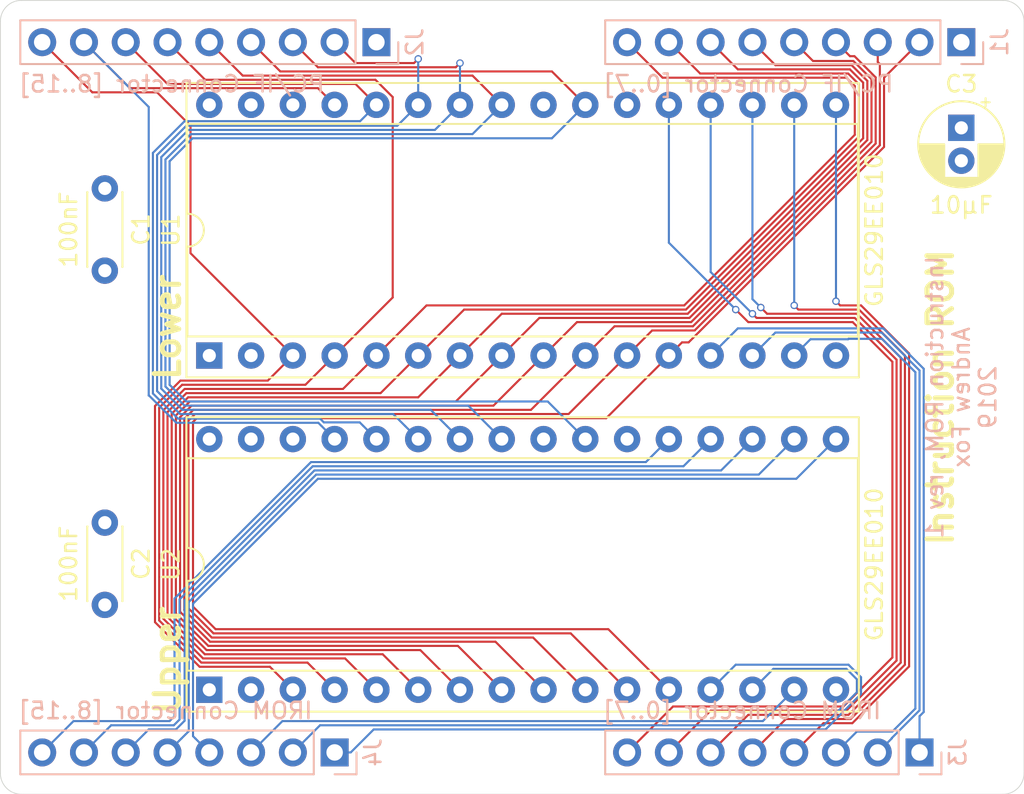
<source format=kicad_pcb>
(kicad_pcb (version 20171130) (host pcbnew "(5.1.0-0)")
  (title_block (title "Instruction ROM Daughter Board"))
  (layers (0 F.Cu signal) (1 GND.Cu power hide) (2 VCC.Cu power hide) (31 B.Cu signal) (34 B.Paste user) (35 F.Paste user) (36 B.SilkS user) (37 F.SilkS user) (38 B.Mask user) (39 F.Mask user) (44 Edge.Cuts user))
  (net 0 "")
  (net 1 GND)
  (net 2 VCC)
  (net 3 /PC_IF7)
  (net 4 /PC_IF6)
  (net 5 /PC_IF5)
  (net 6 /PC_IF4)
  (net 7 /PC_IF3)
  (net 8 /PC_IF2)
  (net 9 /PC_IF1)
  (net 10 /PC_IF0)
  (net 11 /PC_IF15)
  (net 12 /PC_IF14)
  (net 13 /PC_IF13)
  (net 14 /PC_IF12)
  (net 15 /PC_IF11)
  (net 16 /PC_IF10)
  (net 17 /PC_IF9)
  (net 18 /PC_IF8)
  (net 19 /IROM7)
  (net 20 /IROM6)
  (net 21 /IROM5)
  (net 22 /IROM4)
  (net 23 /IROM3)
  (net 24 /IROM2)
  (net 25 /IROM1)
  (net 26 /IROM0)
  (net 27 /IROM15)
  (net 28 /IROM14)
  (net 29 /IROM13)
  (net 30 /IROM12)
  (net 31 /IROM11)
  (net 32 /IROM10)
  (net 33 /IROM9)
  (net 34 /IROM8)
  (module Capacitor_THT:CP_Radial_D5.0mm_P2.00mm (layer F.Cu) (at 170.18 61.087 270)
    (fp_text reference C3 (at -2.667 0) (layer F.SilkS))
    (fp_text value 10µF (at 4.699 0) (layer F.SilkS))
    (pad 2 thru_hole circle (at 2 0 270) (size 1.6 1.6) (drill 0.8) (layers *.Cu *.Mask) (net 1 GND))
    (pad 1 thru_hole rect (at 0 0 270) (size 1.6 1.6) (drill 0.8) (layers *.Cu *.Mask) (net 2 VCC))
  )
  (module Package_DIP:DIP-32_W15.24mm_Socket (layer F.Cu) (at 124.46 95.25 90)
    (fp_text reference U2 (at 7.62 -2.33 90) (layer F.SilkS))
    (fp_text value GLS29EE010 (at 7.62 40.43 90) (layer F.SilkS))
    (pad 32 thru_hole oval (at 15.24 0 90) (size 1.6 1.6) (drill 0.8) (layers *.Cu *.Mask) (net 2 VCC))
    (pad 16 thru_hole oval (at 0 38.1 90) (size 1.6 1.6) (drill 0.8) (layers *.Cu *.Mask) (net 1 GND))
    (pad 31 thru_hole oval (at 15.24 2.54 90) (size 1.6 1.6) (drill 0.8) (layers *.Cu *.Mask) (net 2 VCC))
    (pad 15 thru_hole oval (at 0 35.56 90) (size 1.6 1.6) (drill 0.8) (layers *.Cu *.Mask) (net 32 /IROM10))
    (pad 30 thru_hole oval (at 15.24 5.08 90) (size 1.6 1.6) (drill 0.8) (layers *.Cu *.Mask))
    (pad 14 thru_hole oval (at 0 33.02 90) (size 1.6 1.6) (drill 0.8) (layers *.Cu *.Mask) (net 33 /IROM9))
    (pad 29 thru_hole oval (at 15.24 7.62 90) (size 1.6 1.6) (drill 0.8) (layers *.Cu *.Mask) (net 12 /PC_IF14))
    (pad 13 thru_hole oval (at 0 30.48 90) (size 1.6 1.6) (drill 0.8) (layers *.Cu *.Mask) (net 34 /IROM8))
    (pad 28 thru_hole oval (at 15.24 10.16 90) (size 1.6 1.6) (drill 0.8) (layers *.Cu *.Mask) (net 13 /PC_IF13))
    (pad 12 thru_hole oval (at 0 27.94 90) (size 1.6 1.6) (drill 0.8) (layers *.Cu *.Mask) (net 10 /PC_IF0))
    (pad 27 thru_hole oval (at 15.24 12.7 90) (size 1.6 1.6) (drill 0.8) (layers *.Cu *.Mask) (net 18 /PC_IF8))
    (pad 11 thru_hole oval (at 0 25.4 90) (size 1.6 1.6) (drill 0.8) (layers *.Cu *.Mask) (net 9 /PC_IF1))
    (pad 26 thru_hole oval (at 15.24 15.24 90) (size 1.6 1.6) (drill 0.8) (layers *.Cu *.Mask) (net 17 /PC_IF9))
    (pad 10 thru_hole oval (at 0 22.86 90) (size 1.6 1.6) (drill 0.8) (layers *.Cu *.Mask) (net 8 /PC_IF2))
    (pad 25 thru_hole oval (at 15.24 17.78 90) (size 1.6 1.6) (drill 0.8) (layers *.Cu *.Mask) (net 15 /PC_IF11))
    (pad 9 thru_hole oval (at 0 20.32 90) (size 1.6 1.6) (drill 0.8) (layers *.Cu *.Mask) (net 7 /PC_IF3))
    (pad 24 thru_hole oval (at 15.24 20.32 90) (size 1.6 1.6) (drill 0.8) (layers *.Cu *.Mask) (net 1 GND))
    (pad 8 thru_hole oval (at 0 17.78 90) (size 1.6 1.6) (drill 0.8) (layers *.Cu *.Mask) (net 6 /PC_IF4))
    (pad 23 thru_hole oval (at 15.24 22.86 90) (size 1.6 1.6) (drill 0.8) (layers *.Cu *.Mask) (net 16 /PC_IF10))
    (pad 7 thru_hole oval (at 0 15.24 90) (size 1.6 1.6) (drill 0.8) (layers *.Cu *.Mask) (net 5 /PC_IF5))
    (pad 22 thru_hole oval (at 15.24 25.4 90) (size 1.6 1.6) (drill 0.8) (layers *.Cu *.Mask) (net 1 GND))
    (pad 6 thru_hole oval (at 0 12.7 90) (size 1.6 1.6) (drill 0.8) (layers *.Cu *.Mask) (net 4 /PC_IF6))
    (pad 21 thru_hole oval (at 15.24 27.94 90) (size 1.6 1.6) (drill 0.8) (layers *.Cu *.Mask) (net 27 /IROM15))
    (pad 5 thru_hole oval (at 0 10.16 90) (size 1.6 1.6) (drill 0.8) (layers *.Cu *.Mask) (net 3 /PC_IF7))
    (pad 20 thru_hole oval (at 15.24 30.48 90) (size 1.6 1.6) (drill 0.8) (layers *.Cu *.Mask) (net 28 /IROM14))
    (pad 4 thru_hole oval (at 0 7.62 90) (size 1.6 1.6) (drill 0.8) (layers *.Cu *.Mask) (net 14 /PC_IF12))
    (pad 19 thru_hole oval (at 15.24 33.02 90) (size 1.6 1.6) (drill 0.8) (layers *.Cu *.Mask) (net 29 /IROM13))
    (pad 3 thru_hole oval (at 0 5.08 90) (size 1.6 1.6) (drill 0.8) (layers *.Cu *.Mask) (net 11 /PC_IF15))
    (pad 18 thru_hole oval (at 15.24 35.56 90) (size 1.6 1.6) (drill 0.8) (layers *.Cu *.Mask) (net 30 /IROM12))
    (pad 2 thru_hole oval (at 0 2.54 90) (size 1.6 1.6) (drill 0.8) (layers *.Cu *.Mask) (net 1 GND))
    (pad 17 thru_hole oval (at 15.24 38.1 90) (size 1.6 1.6) (drill 0.8) (layers *.Cu *.Mask) (net 31 /IROM11))
    (pad 1 thru_hole rect (at 0 0 90) (size 1.6 1.6) (drill 0.8) (layers *.Cu *.Mask))
  )
  (module Package_DIP:DIP-32_W15.24mm_Socket (layer F.Cu) (at 124.46 74.93 90)
    (fp_text reference U1 (at 7.62 -2.33 90) (layer F.SilkS))
    (fp_text value GLS29EE010 (at 7.62 40.43 90) (layer F.SilkS))
    (pad 32 thru_hole oval (at 15.24 0 90) (size 1.6 1.6) (drill 0.8) (layers *.Cu *.Mask) (net 2 VCC))
    (pad 16 thru_hole oval (at 0 38.1 90) (size 1.6 1.6) (drill 0.8) (layers *.Cu *.Mask) (net 1 GND))
    (pad 31 thru_hole oval (at 15.24 2.54 90) (size 1.6 1.6) (drill 0.8) (layers *.Cu *.Mask) (net 2 VCC))
    (pad 15 thru_hole oval (at 0 35.56 90) (size 1.6 1.6) (drill 0.8) (layers *.Cu *.Mask) (net 24 /IROM2))
    (pad 30 thru_hole oval (at 15.24 5.08 90) (size 1.6 1.6) (drill 0.8) (layers *.Cu *.Mask))
    (pad 14 thru_hole oval (at 0 33.02 90) (size 1.6 1.6) (drill 0.8) (layers *.Cu *.Mask) (net 25 /IROM1))
    (pad 29 thru_hole oval (at 15.24 7.62 90) (size 1.6 1.6) (drill 0.8) (layers *.Cu *.Mask) (net 12 /PC_IF14))
    (pad 13 thru_hole oval (at 0 30.48 90) (size 1.6 1.6) (drill 0.8) (layers *.Cu *.Mask) (net 26 /IROM0))
    (pad 28 thru_hole oval (at 15.24 10.16 90) (size 1.6 1.6) (drill 0.8) (layers *.Cu *.Mask) (net 13 /PC_IF13))
    (pad 12 thru_hole oval (at 0 27.94 90) (size 1.6 1.6) (drill 0.8) (layers *.Cu *.Mask) (net 10 /PC_IF0))
    (pad 27 thru_hole oval (at 15.24 12.7 90) (size 1.6 1.6) (drill 0.8) (layers *.Cu *.Mask) (net 18 /PC_IF8))
    (pad 11 thru_hole oval (at 0 25.4 90) (size 1.6 1.6) (drill 0.8) (layers *.Cu *.Mask) (net 9 /PC_IF1))
    (pad 26 thru_hole oval (at 15.24 15.24 90) (size 1.6 1.6) (drill 0.8) (layers *.Cu *.Mask) (net 17 /PC_IF9))
    (pad 10 thru_hole oval (at 0 22.86 90) (size 1.6 1.6) (drill 0.8) (layers *.Cu *.Mask) (net 8 /PC_IF2))
    (pad 25 thru_hole oval (at 15.24 17.78 90) (size 1.6 1.6) (drill 0.8) (layers *.Cu *.Mask) (net 15 /PC_IF11))
    (pad 9 thru_hole oval (at 0 20.32 90) (size 1.6 1.6) (drill 0.8) (layers *.Cu *.Mask) (net 7 /PC_IF3))
    (pad 24 thru_hole oval (at 15.24 20.32 90) (size 1.6 1.6) (drill 0.8) (layers *.Cu *.Mask) (net 1 GND))
    (pad 8 thru_hole oval (at 0 17.78 90) (size 1.6 1.6) (drill 0.8) (layers *.Cu *.Mask) (net 6 /PC_IF4))
    (pad 23 thru_hole oval (at 15.24 22.86 90) (size 1.6 1.6) (drill 0.8) (layers *.Cu *.Mask) (net 16 /PC_IF10))
    (pad 7 thru_hole oval (at 0 15.24 90) (size 1.6 1.6) (drill 0.8) (layers *.Cu *.Mask) (net 5 /PC_IF5))
    (pad 22 thru_hole oval (at 15.24 25.4 90) (size 1.6 1.6) (drill 0.8) (layers *.Cu *.Mask) (net 1 GND))
    (pad 6 thru_hole oval (at 0 12.7 90) (size 1.6 1.6) (drill 0.8) (layers *.Cu *.Mask) (net 4 /PC_IF6))
    (pad 21 thru_hole oval (at 15.24 27.94 90) (size 1.6 1.6) (drill 0.8) (layers *.Cu *.Mask) (net 19 /IROM7))
    (pad 5 thru_hole oval (at 0 10.16 90) (size 1.6 1.6) (drill 0.8) (layers *.Cu *.Mask) (net 3 /PC_IF7))
    (pad 20 thru_hole oval (at 15.24 30.48 90) (size 1.6 1.6) (drill 0.8) (layers *.Cu *.Mask) (net 20 /IROM6))
    (pad 4 thru_hole oval (at 0 7.62 90) (size 1.6 1.6) (drill 0.8) (layers *.Cu *.Mask) (net 14 /PC_IF12))
    (pad 19 thru_hole oval (at 15.24 33.02 90) (size 1.6 1.6) (drill 0.8) (layers *.Cu *.Mask) (net 21 /IROM5))
    (pad 3 thru_hole oval (at 0 5.08 90) (size 1.6 1.6) (drill 0.8) (layers *.Cu *.Mask) (net 11 /PC_IF15))
    (pad 18 thru_hole oval (at 15.24 35.56 90) (size 1.6 1.6) (drill 0.8) (layers *.Cu *.Mask) (net 22 /IROM4))
    (pad 2 thru_hole oval (at 0 2.54 90) (size 1.6 1.6) (drill 0.8) (layers *.Cu *.Mask) (net 1 GND))
    (pad 17 thru_hole oval (at 15.24 38.1 90) (size 1.6 1.6) (drill 0.8) (layers *.Cu *.Mask) (net 23 /IROM3))
    (pad 1 thru_hole rect (at 0 0 90) (size 1.6 1.6) (drill 0.8) (layers *.Cu *.Mask))
  )
  (module Connector_PinHeader_2.54mm:PinHeader_1x08_P2.54mm_Vertical (layer B.Cu) (at 132.08 99.06 90)
    (fp_text reference J4 (at 0 2.33 90) (layer B.SilkS) (effects (justify mirror)))
    (fp_text value "IROM Connector [8..15]" (at 2.54 -10.287 -180) (layer B.SilkS) (effects (justify mirror)))
    (pad 8 thru_hole oval (at 0 -17.78 90) (size 1.7 1.7) (drill 1) (layers *.Cu *.Mask) (net 27 /IROM15))
    (pad 7 thru_hole oval (at 0 -15.24 90) (size 1.7 1.7) (drill 1) (layers *.Cu *.Mask) (net 28 /IROM14))
    (pad 6 thru_hole oval (at 0 -12.7 90) (size 1.7 1.7) (drill 1) (layers *.Cu *.Mask) (net 29 /IROM13))
    (pad 5 thru_hole oval (at 0 -10.16 90) (size 1.7 1.7) (drill 1) (layers *.Cu *.Mask) (net 30 /IROM12))
    (pad 4 thru_hole oval (at 0 -7.62 90) (size 1.7 1.7) (drill 1) (layers *.Cu *.Mask) (net 31 /IROM11))
    (pad 3 thru_hole oval (at 0 -5.08 90) (size 1.7 1.7) (drill 1) (layers *.Cu *.Mask) (net 32 /IROM10))
    (pad 2 thru_hole oval (at 0 -2.54 90) (size 1.7 1.7) (drill 1) (layers *.Cu *.Mask) (net 33 /IROM9))
    (pad 1 thru_hole rect (at 0 0 90) (size 1.7 1.7) (drill 1) (layers *.Cu *.Mask) (net 34 /IROM8))
  )
  (module Connector_PinHeader_2.54mm:PinHeader_1x08_P2.54mm_Vertical (layer B.Cu) (at 167.64 99.06 90)
    (fp_text reference J3 (at 0 2.33 90) (layer B.SilkS) (effects (justify mirror)))
    (fp_text value "IROM Connector [0..7]" (at 2.54 -10.795) (layer B.SilkS) (effects (justify mirror)))
    (pad 8 thru_hole oval (at 0 -17.78 90) (size 1.7 1.7) (drill 1) (layers *.Cu *.Mask) (net 19 /IROM7))
    (pad 7 thru_hole oval (at 0 -15.24 90) (size 1.7 1.7) (drill 1) (layers *.Cu *.Mask) (net 20 /IROM6))
    (pad 6 thru_hole oval (at 0 -12.7 90) (size 1.7 1.7) (drill 1) (layers *.Cu *.Mask) (net 21 /IROM5))
    (pad 5 thru_hole oval (at 0 -10.16 90) (size 1.7 1.7) (drill 1) (layers *.Cu *.Mask) (net 22 /IROM4))
    (pad 4 thru_hole oval (at 0 -7.62 90) (size 1.7 1.7) (drill 1) (layers *.Cu *.Mask) (net 23 /IROM3))
    (pad 3 thru_hole oval (at 0 -5.08 90) (size 1.7 1.7) (drill 1) (layers *.Cu *.Mask) (net 24 /IROM2))
    (pad 2 thru_hole oval (at 0 -2.54 90) (size 1.7 1.7) (drill 1) (layers *.Cu *.Mask) (net 25 /IROM1))
    (pad 1 thru_hole rect (at 0 0 90) (size 1.7 1.7) (drill 1) (layers *.Cu *.Mask) (net 26 /IROM0))
  )
  (module Connector_PinHeader_2.54mm:PinHeader_1x09_P2.54mm_Vertical (layer B.Cu) (at 134.62 55.88 90)
    (fp_text reference J2 (at 0 2.33 90) (layer B.SilkS) (effects (justify mirror)))
    (fp_text value "PC/IF Connector [8..15]" (at -2.54 -12.446) (layer B.SilkS) (effects (justify mirror)))
    (pad 9 thru_hole oval (at 0 -20.32 90) (size 1.7 1.7) (drill 1) (layers *.Cu *.Mask) (net 11 /PC_IF15))
    (pad 8 thru_hole oval (at 0 -17.78 90) (size 1.7 1.7) (drill 1) (layers *.Cu *.Mask) (net 12 /PC_IF14))
    (pad 7 thru_hole oval (at 0 -15.24 90) (size 1.7 1.7) (drill 1) (layers *.Cu *.Mask) (net 13 /PC_IF13))
    (pad 6 thru_hole oval (at 0 -12.7 90) (size 1.7 1.7) (drill 1) (layers *.Cu *.Mask) (net 14 /PC_IF12))
    (pad 5 thru_hole oval (at 0 -10.16 90) (size 1.7 1.7) (drill 1) (layers *.Cu *.Mask) (net 15 /PC_IF11))
    (pad 4 thru_hole oval (at 0 -7.62 90) (size 1.7 1.7) (drill 1) (layers *.Cu *.Mask) (net 16 /PC_IF10))
    (pad 3 thru_hole oval (at 0 -5.08 90) (size 1.7 1.7) (drill 1) (layers *.Cu *.Mask) (net 17 /PC_IF9))
    (pad 2 thru_hole oval (at 0 -2.54 90) (size 1.7 1.7) (drill 1) (layers *.Cu *.Mask) (net 18 /PC_IF8))
    (pad 1 thru_hole rect (at 0 0 90) (size 1.7 1.7) (drill 1) (layers *.Cu *.Mask) (net 1 GND))
  )
  (module Connector_PinHeader_2.54mm:PinHeader_1x09_P2.54mm_Vertical (layer B.Cu) (at 170.18 55.88 90)
    (fp_text reference J1 (at 0 2.33 90) (layer B.SilkS) (effects (justify mirror)))
    (fp_text value "PC/IF Connector [0..7]" (at -2.54 -12.954) (layer B.SilkS) (effects (justify mirror)))
    (pad 9 thru_hole oval (at 0 -20.32 90) (size 1.7 1.7) (drill 1) (layers *.Cu *.Mask) (net 3 /PC_IF7))
    (pad 8 thru_hole oval (at 0 -17.78 90) (size 1.7 1.7) (drill 1) (layers *.Cu *.Mask) (net 4 /PC_IF6))
    (pad 7 thru_hole oval (at 0 -15.24 90) (size 1.7 1.7) (drill 1) (layers *.Cu *.Mask) (net 5 /PC_IF5))
    (pad 6 thru_hole oval (at 0 -12.7 90) (size 1.7 1.7) (drill 1) (layers *.Cu *.Mask) (net 6 /PC_IF4))
    (pad 5 thru_hole oval (at 0 -10.16 90) (size 1.7 1.7) (drill 1) (layers *.Cu *.Mask) (net 7 /PC_IF3))
    (pad 4 thru_hole oval (at 0 -7.62 90) (size 1.7 1.7) (drill 1) (layers *.Cu *.Mask) (net 8 /PC_IF2))
    (pad 3 thru_hole oval (at 0 -5.08 90) (size 1.7 1.7) (drill 1) (layers *.Cu *.Mask) (net 9 /PC_IF1))
    (pad 2 thru_hole oval (at 0 -2.54 90) (size 1.7 1.7) (drill 1) (layers *.Cu *.Mask) (net 10 /PC_IF0))
    (pad 1 thru_hole rect (at 0 0 90) (size 1.7 1.7) (drill 1) (layers *.Cu *.Mask) (net 2 VCC))
  )
  (module Capacitor_THT:C_Disc_D4.3mm_W1.9mm_P5.00mm (layer F.Cu) (at 118.11 85.09 270)
    (fp_text reference C2 (at 2.5 -2.2 270) (layer F.SilkS))
    (fp_text value 100nF (at 2.5 2.2 270) (layer F.SilkS))
    (pad 2 thru_hole circle (at 5 0 270) (size 1.6 1.6) (drill 0.8) (layers *.Cu *.Mask) (net 1 GND))
    (pad 1 thru_hole circle (at 0 0 270) (size 1.6 1.6) (drill 0.8) (layers *.Cu *.Mask) (net 2 VCC))
  )
  (module Capacitor_THT:C_Disc_D4.3mm_W1.9mm_P5.00mm (layer F.Cu) (at 118.11 64.77 270)
    (fp_text reference C1 (at 2.5 -2.2 270) (layer F.SilkS))
    (fp_text value 100nF (at 2.5 2.2 270) (layer F.SilkS))
    (pad 2 thru_hole circle (at 5 0 270) (size 1.6 1.6) (drill 0.8) (layers *.Cu *.Mask) (net 1 GND))
    (pad 1 thru_hole circle (at 0 0 270) (size 1.6 1.6) (drill 0.8) (layers *.Cu *.Mask) (net 2 VCC))
  )
  (gr_text Upper (at 121.92 96.901 90) (layer F.SilkS) (effects (font (size 1.5 1.5) (thickness 0.3)) (justify left)))
  (gr_text Lower (at 121.92 76.581 90) (layer F.SilkS) (effects (font (size 1.5 1.5) (thickness 0.3)) (justify left)))
  (gr_text "Instruction ROM, rev 1\nAndrew Fox\n2019" (at 170.18 77.47 90) (layer B.SilkS) (effects (font (size 1 1)) (justify mirror)))
  (gr_text "Instruction ROM" (at 168.91 77.47 90) (layer F.SilkS) (effects (font (size 1.5 1.5) (thickness 0.3))))
  (gr_arc (start 113.03 54.61) (end 113.03 53.34) (angle -90) (layer Edge.Cuts) (width 0.05))
  (gr_arc (start 113.03 100.33) (end 111.76 100.33) (angle -90) (layer Edge.Cuts) (width 0.05))
  (gr_arc (start 172.72 100.33) (end 172.72 101.6) (angle -90) (layer Edge.Cuts) (width 0.05))
  (gr_arc (start 172.72 54.61) (end 173.99 54.61) (angle -90) (layer Edge.Cuts) (width 0.05))
  (gr_line (start 172.72 53.34) (end 113.03 53.34) (layer Edge.Cuts) (width 0.05))
  (gr_line (start 173.99 100.33) (end 173.99 54.61) (layer Edge.Cuts) (width 0.05))
  (gr_line (start 113.03 101.6) (end 172.72 101.6) (layer Edge.Cuts) (width 0.05))
  (gr_line (start 111.76 54.61) (end 111.76 100.33) (layer Edge.Cuts) (width 0.05))
  (segment (start 153.334472 71.882) (end 137.668 71.882) (width 0.127) (layer F.Cu) (net 3))
  (segment (start 149.86 55.88) (end 152.019 58.039) (width 0.127) (layer F.Cu) (net 3))
  (segment (start 163.702923 58.546923) (end 163.702923 61.513549) (width 0.127) (layer F.Cu) (net 3))
  (segment (start 135.419999 74.130001) (end 134.62 74.93) (width 0.127) (layer F.Cu) (net 3))
  (segment (start 152.019 58.039) (end 163.195 58.039) (width 0.127) (layer F.Cu) (net 3))
  (segment (start 163.195 58.039) (end 163.702923 58.546923) (width 0.127) (layer F.Cu) (net 3))
  (segment (start 163.702923 61.513549) (end 153.334472 71.882) (width 0.127) (layer F.Cu) (net 3))
  (segment (start 137.668 71.882) (end 135.419999 74.130001) (width 0.127) (layer F.Cu) (net 3))
  (segment (start 133.820001 75.729999) (end 134.62 74.93) (width 0.127) (layer F.Cu) (net 3))
  (segment (start 124.082716 93.345066) (end 121.666011 90.928361) (width 0.127) (layer F.Cu) (net 3))
  (segment (start 122.961414 76.962011) (end 132.587989 76.962011) (width 0.127) (layer F.Cu) (net 3))
  (segment (start 132.715066 93.345066) (end 124.082716 93.345066) (width 0.127) (layer F.Cu) (net 3))
  (segment (start 132.587989 76.962011) (end 133.820001 75.729999) (width 0.127) (layer F.Cu) (net 3))
  (segment (start 121.666011 78.257414) (end 122.961414 76.962011) (width 0.127) (layer F.Cu) (net 3))
  (segment (start 121.666011 90.928361) (end 121.666011 78.257414) (width 0.127) (layer F.Cu) (net 3))
  (segment (start 134.62 95.25) (end 132.715066 93.345066) (width 0.127) (layer F.Cu) (net 3))
  (segment (start 153.439697 72.136) (end 163.956934 61.618763) (width 0.127) (layer F.Cu) (net 4))
  (segment (start 154.304989 57.784989) (end 153.249999 56.729999) (width 0.127) (layer F.Cu) (net 4))
  (segment (start 163.956934 58.441709) (end 163.300214 57.784989) (width 0.127) (layer F.Cu) (net 4))
  (segment (start 137.16 74.93) (end 139.954 72.136) (width 0.127) (layer F.Cu) (net 4))
  (segment (start 139.954 72.136) (end 153.439697 72.136) (width 0.127) (layer F.Cu) (net 4))
  (segment (start 153.249999 56.729999) (end 152.4 55.88) (width 0.127) (layer F.Cu) (net 4))
  (segment (start 163.300214 57.784989) (end 154.304989 57.784989) (width 0.127) (layer F.Cu) (net 4))
  (segment (start 163.956934 61.618763) (end 163.956934 58.441709) (width 0.127) (layer F.Cu) (net 4))
  (segment (start 134.873978 77.216022) (end 123.066628 77.216022) (width 0.127) (layer F.Cu) (net 4))
  (segment (start 123.066628 77.216022) (end 121.920022 78.362628) (width 0.127) (layer F.Cu) (net 4))
  (segment (start 136.360001 94.450001) (end 137.16 95.25) (width 0.127) (layer F.Cu) (net 4))
  (segment (start 137.16 74.93) (end 134.873978 77.216022) (width 0.127) (layer F.Cu) (net 4))
  (segment (start 124.18793 93.091055) (end 135.001055 93.091055) (width 0.127) (layer F.Cu) (net 4))
  (segment (start 121.920022 78.362628) (end 121.920022 90.823147) (width 0.127) (layer F.Cu) (net 4))
  (segment (start 121.920022 90.823147) (end 124.18793 93.091055) (width 0.127) (layer F.Cu) (net 4))
  (segment (start 135.001055 93.091055) (end 136.360001 94.450001) (width 0.127) (layer F.Cu) (net 4))
  (segment (start 140.499999 74.130001) (end 139.7 74.93) (width 0.127) (layer F.Cu) (net 5))
  (segment (start 164.210945 61.723977) (end 153.544911 72.390011) (width 0.127) (layer F.Cu) (net 5))
  (segment (start 142.239989 72.390011) (end 140.499999 74.130001) (width 0.127) (layer F.Cu) (net 5))
  (segment (start 156.590978 57.530978) (end 163.405428 57.530978) (width 0.127) (layer F.Cu) (net 5))
  (segment (start 153.544911 72.390011) (end 142.239989 72.390011) (width 0.127) (layer F.Cu) (net 5))
  (segment (start 163.405428 57.530978) (end 164.210945 58.336495) (width 0.127) (layer F.Cu) (net 5))
  (segment (start 164.210945 58.336495) (end 164.210945 61.723977) (width 0.127) (layer F.Cu) (net 5))
  (segment (start 154.94 55.88) (end 156.590978 57.530978) (width 0.127) (layer F.Cu) (net 5))
  (segment (start 122.174033 90.717933) (end 122.174033 78.467842) (width 0.127) (layer F.Cu) (net 5))
  (segment (start 122.174033 78.467842) (end 123.171842 77.470033) (width 0.127) (layer F.Cu) (net 5))
  (segment (start 138.900001 75.729999) (end 139.7 74.93) (width 0.127) (layer F.Cu) (net 5))
  (segment (start 124.293144 92.837044) (end 122.174033 90.717933) (width 0.127) (layer F.Cu) (net 5))
  (segment (start 139.7 95.25) (end 137.287044 92.837044) (width 0.127) (layer F.Cu) (net 5))
  (segment (start 123.171842 77.470033) (end 137.159967 77.470033) (width 0.127) (layer F.Cu) (net 5))
  (segment (start 137.159967 77.470033) (end 138.900001 75.729999) (width 0.127) (layer F.Cu) (net 5))
  (segment (start 137.287044 92.837044) (end 124.293144 92.837044) (width 0.127) (layer F.Cu) (net 5))
  (segment (start 164.464956 58.231281) (end 163.510642 57.276967) (width 0.127) (layer F.Cu) (net 6))
  (segment (start 144.525978 72.644022) (end 153.650125 72.644022) (width 0.127) (layer F.Cu) (net 6))
  (segment (start 142.24 74.93) (end 144.525978 72.644022) (width 0.127) (layer F.Cu) (net 6))
  (segment (start 164.464956 61.829191) (end 164.464956 58.231281) (width 0.127) (layer F.Cu) (net 6))
  (segment (start 158.329999 56.729999) (end 157.48 55.88) (width 0.127) (layer F.Cu) (net 6))
  (segment (start 153.650125 72.644022) (end 164.464956 61.829191) (width 0.127) (layer F.Cu) (net 6))
  (segment (start 163.510642 57.276967) (end 158.876967 57.276967) (width 0.127) (layer F.Cu) (net 6))
  (segment (start 158.876967 57.276967) (end 158.329999 56.729999) (width 0.127) (layer F.Cu) (net 6))
  (segment (start 139.573033 92.583033) (end 141.440001 94.450001) (width 0.127) (layer F.Cu) (net 6))
  (segment (start 139.445956 77.724044) (end 123.277056 77.724044) (width 0.127) (layer F.Cu) (net 6))
  (segment (start 123.277056 77.724044) (end 122.428044 78.573056) (width 0.127) (layer F.Cu) (net 6))
  (segment (start 142.24 74.93) (end 139.445956 77.724044) (width 0.127) (layer F.Cu) (net 6))
  (segment (start 141.440001 94.450001) (end 142.24 95.25) (width 0.127) (layer F.Cu) (net 6))
  (segment (start 124.398358 92.583033) (end 139.573033 92.583033) (width 0.127) (layer F.Cu) (net 6))
  (segment (start 122.428044 78.573056) (end 122.428044 90.612719) (width 0.127) (layer F.Cu) (net 6))
  (segment (start 122.428044 90.612719) (end 124.398358 92.583033) (width 0.127) (layer F.Cu) (net 6))
  (segment (start 160.02 55.88) (end 161.162956 57.022956) (width 0.127) (layer F.Cu) (net 7))
  (segment (start 164.718967 58.126068) (end 164.718967 61.934405) (width 0.127) (layer F.Cu) (net 7))
  (segment (start 146.811967 72.898033) (end 145.579999 74.130001) (width 0.127) (layer F.Cu) (net 7))
  (segment (start 164.718967 61.934405) (end 153.755339 72.898033) (width 0.127) (layer F.Cu) (net 7))
  (segment (start 153.755339 72.898033) (end 146.811967 72.898033) (width 0.127) (layer F.Cu) (net 7))
  (segment (start 145.579999 74.130001) (end 144.78 74.93) (width 0.127) (layer F.Cu) (net 7))
  (segment (start 163.615856 57.022956) (end 164.718967 58.126068) (width 0.127) (layer F.Cu) (net 7))
  (segment (start 161.162956 57.022956) (end 163.615856 57.022956) (width 0.127) (layer F.Cu) (net 7))
  (segment (start 123.38227 77.978055) (end 141.731945 77.978055) (width 0.127) (layer F.Cu) (net 7))
  (segment (start 141.731945 77.978055) (end 143.980001 75.729999) (width 0.127) (layer F.Cu) (net 7))
  (segment (start 143.980001 75.729999) (end 144.78 74.93) (width 0.127) (layer F.Cu) (net 7))
  (segment (start 141.859022 92.329022) (end 124.503572 92.329022) (width 0.127) (layer F.Cu) (net 7))
  (segment (start 122.682055 78.67827) (end 123.38227 77.978055) (width 0.127) (layer F.Cu) (net 7))
  (segment (start 122.682055 90.507505) (end 122.682055 78.67827) (width 0.127) (layer F.Cu) (net 7))
  (segment (start 144.78 95.25) (end 141.859022 92.329022) (width 0.127) (layer F.Cu) (net 7))
  (segment (start 124.503572 92.329022) (end 122.682055 90.507505) (width 0.127) (layer F.Cu) (net 7))
  (segment (start 153.860553 73.152044) (end 164.972978 62.039619) (width 0.127) (layer F.Cu) (net 8))
  (segment (start 164.972978 62.039619) (end 164.972978 58.020854) (width 0.127) (layer F.Cu) (net 8))
  (segment (start 163.409999 56.729999) (end 162.56 55.88) (width 0.127) (layer F.Cu) (net 8))
  (segment (start 164.972978 58.020854) (end 163.682122 56.729999) (width 0.127) (layer F.Cu) (net 8))
  (segment (start 163.682122 56.729999) (end 163.409999 56.729999) (width 0.127) (layer F.Cu) (net 8))
  (segment (start 147.32 74.93) (end 149.097956 73.152044) (width 0.127) (layer F.Cu) (net 8))
  (segment (start 149.097956 73.152044) (end 153.860553 73.152044) (width 0.127) (layer F.Cu) (net 8))
  (segment (start 146.520001 94.450001) (end 147.32 95.25) (width 0.127) (layer F.Cu) (net 8))
  (segment (start 147.32 74.93) (end 144.017934 78.232066) (width 0.127) (layer F.Cu) (net 8))
  (segment (start 123.487484 78.232066) (end 122.936066 78.783484) (width 0.127) (layer F.Cu) (net 8))
  (segment (start 144.145011 92.075011) (end 146.520001 94.450001) (width 0.127) (layer F.Cu) (net 8))
  (segment (start 124.608786 92.075011) (end 144.145011 92.075011) (width 0.127) (layer F.Cu) (net 8))
  (segment (start 122.936066 90.402291) (end 124.608786 92.075011) (width 0.127) (layer F.Cu) (net 8))
  (segment (start 144.017934 78.232066) (end 123.487484 78.232066) (width 0.127) (layer F.Cu) (net 8))
  (segment (start 122.936066 78.783484) (end 122.936066 90.402291) (width 0.127) (layer F.Cu) (net 8))
  (segment (start 149.86 74.93) (end 151.383945 73.406055) (width 0.127) (layer F.Cu) (net 9))
  (segment (start 165.226989 57.20907) (end 165.1 57.082081) (width 0.127) (layer F.Cu) (net 9))
  (segment (start 153.965767 73.406055) (end 165.226989 62.144833) (width 0.127) (layer F.Cu) (net 9))
  (segment (start 165.1 57.082081) (end 165.1 55.88) (width 0.127) (layer F.Cu) (net 9))
  (segment (start 151.383945 73.406055) (end 153.965767 73.406055) (width 0.127) (layer F.Cu) (net 9))
  (segment (start 165.226989 62.144833) (end 165.226989 57.20907) (width 0.127) (layer F.Cu) (net 9))
  (segment (start 146.431 91.821) (end 124.714 91.821) (width 0.127) (layer F.Cu) (net 9))
  (segment (start 123.190077 90.297077) (end 123.190077 78.888698) (width 0.127) (layer F.Cu) (net 9))
  (segment (start 149.060001 75.729999) (end 149.86 74.93) (width 0.127) (layer F.Cu) (net 9))
  (segment (start 146.303923 78.486077) (end 149.060001 75.729999) (width 0.127) (layer F.Cu) (net 9))
  (segment (start 124.714 91.821) (end 123.190077 90.297077) (width 0.127) (layer F.Cu) (net 9))
  (segment (start 123.592698 78.486077) (end 146.303923 78.486077) (width 0.127) (layer F.Cu) (net 9))
  (segment (start 149.86 95.25) (end 146.431 91.821) (width 0.127) (layer F.Cu) (net 9))
  (segment (start 123.190077 78.888698) (end 123.592698 78.486077) (width 0.127) (layer F.Cu) (net 9))
  (segment (start 165.481 62.250047) (end 153.601046 74.130001) (width 0.127) (layer F.Cu) (net 10))
  (segment (start 153.199999 74.130001) (end 152.4 74.93) (width 0.127) (layer F.Cu) (net 10))
  (segment (start 167.64 55.88) (end 165.481 58.039) (width 0.127) (layer F.Cu) (net 10))
  (segment (start 153.601046 74.130001) (end 153.199999 74.130001) (width 0.127) (layer F.Cu) (net 10))
  (segment (start 165.481 58.039) (end 165.481 62.250047) (width 0.127) (layer F.Cu) (net 10))
  (segment (start 148.589912 78.740088) (end 123.697912 78.740088) (width 0.127) (layer F.Cu) (net 10))
  (segment (start 123.697912 78.740088) (end 123.469499 78.968501) (width 0.127) (layer F.Cu) (net 10))
  (segment (start 123.469499 78.968501) (end 123.469499 90.195499) (width 0.127) (layer F.Cu) (net 10))
  (segment (start 123.469499 90.195499) (end 124.841 91.567) (width 0.127) (layer F.Cu) (net 10))
  (segment (start 152.4 74.93) (end 148.589912 78.740088) (width 0.127) (layer F.Cu) (net 10))
  (segment (start 151.600001 94.450001) (end 152.4 95.25) (width 0.127) (layer F.Cu) (net 10))
  (segment (start 124.841 91.567) (end 148.717 91.567) (width 0.127) (layer F.Cu) (net 10))
  (segment (start 148.717 91.567) (end 151.600001 94.450001) (width 0.127) (layer F.Cu) (net 10))
  (segment (start 114.3 55.88) (end 117.348 58.928) (width 0.127) (layer F.Cu) (net 11))
  (segment (start 117.348 58.928) (end 121.285 58.928) (width 0.127) (layer F.Cu) (net 11))
  (segment (start 121.285 58.928) (end 123.317 60.96) (width 0.127) (layer F.Cu) (net 11))
  (segment (start 123.317 68.707) (end 129.54 74.93) (width 0.127) (layer F.Cu) (net 11))
  (segment (start 123.317 60.96) (end 123.317 68.707) (width 0.127) (layer F.Cu) (net 11))
  (segment (start 129.54 74.93) (end 128.01601 76.45399) (width 0.127) (layer F.Cu) (net 11))
  (segment (start 128.01601 76.45399) (end 122.703785 76.453991) (width 0.127) (layer F.Cu) (net 11))
  (segment (start 122.703785 76.453991) (end 121.15799 77.999786) (width 0.127) (layer F.Cu) (net 11))
  (segment (start 121.15799 77.999786) (end 121.157991 91.138789) (width 0.127) (layer F.Cu) (net 11))
  (segment (start 121.157991 91.138789) (end 123.872288 93.853084) (width 0.127) (layer F.Cu) (net 11))
  (segment (start 128.143084 93.853084) (end 129.54 95.25) (width 0.127) (layer F.Cu) (net 11))
  (segment (start 123.872288 93.853084) (end 128.143084 93.853084) (width 0.127) (layer F.Cu) (net 11))
  (segment (start 116.84 55.88) (end 119.634 58.674) (width 0.127) (layer F.Cu) (net 12))
  (segment (start 131.064 58.674) (end 132.08 59.69) (width 0.127) (layer F.Cu) (net 12))
  (segment (start 119.634 58.674) (end 131.064 58.674) (width 0.127) (layer F.Cu) (net 12))
  (segment (start 131.089499 79.019499) (end 131.280001 79.210001) (width 0.127) (layer B.Cu) (net 12))
  (segment (start 122.453499 79.019499) (end 131.089499 79.019499) (width 0.127) (layer B.Cu) (net 12))
  (segment (start 120.795071 77.361071) (end 122.453499 79.019499) (width 0.127) (layer B.Cu) (net 12))
  (segment (start 120.776947 77.361071) (end 120.795071 77.361071) (width 0.127) (layer B.Cu) (net 12))
  (segment (start 120.776946 59.816946) (end 120.776947 77.361071) (width 0.127) (layer B.Cu) (net 12))
  (segment (start 116.84 55.88) (end 120.776946 59.816946) (width 0.127) (layer B.Cu) (net 12))
  (segment (start 131.280001 79.210001) (end 132.08 80.01) (width 0.127) (layer B.Cu) (net 12))
  (segment (start 119.38 55.88) (end 121.92 58.42) (width 0.127) (layer F.Cu) (net 13))
  (segment (start 133.35 58.42) (end 134.62 59.69) (width 0.127) (layer F.Cu) (net 13))
  (segment (start 121.92 58.42) (end 133.35 58.42) (width 0.127) (layer F.Cu) (net 13))
  (segment (start 131.194713 78.765488) (end 131.423268 78.994044) (width 0.127) (layer B.Cu) (net 13))
  (segment (start 134.62 59.69) (end 133.629499 60.680501) (width 0.127) (layer B.Cu) (net 13))
  (segment (start 133.629499 60.680501) (end 122.961499 60.680501) (width 0.127) (layer B.Cu) (net 13))
  (segment (start 121.030956 77.237731) (end 122.558713 78.765488) (width 0.127) (layer B.Cu) (net 13))
  (segment (start 122.558713 78.765488) (end 131.194713 78.765488) (width 0.127) (layer B.Cu) (net 13))
  (segment (start 131.423268 78.994044) (end 133.604044 78.994044) (width 0.127) (layer B.Cu) (net 13))
  (segment (start 133.820001 79.210001) (end 134.62 80.01) (width 0.127) (layer B.Cu) (net 13))
  (segment (start 121.030956 62.611044) (end 121.030956 77.237731) (width 0.127) (layer B.Cu) (net 13))
  (segment (start 133.604044 78.994044) (end 133.820001 79.210001) (width 0.127) (layer B.Cu) (net 13))
  (segment (start 122.961499 60.680501) (end 121.030956 62.611044) (width 0.127) (layer B.Cu) (net 13))
  (segment (start 121.92 55.88) (end 124.206 58.166) (width 0.127) (layer F.Cu) (net 14))
  (segment (start 132.879999 74.130001) (end 132.08 74.93) (width 0.127) (layer F.Cu) (net 14))
  (segment (start 135.610501 59.214559) (end 135.610501 71.399499) (width 0.127) (layer F.Cu) (net 14))
  (segment (start 135.610501 71.399499) (end 132.879999 74.130001) (width 0.127) (layer F.Cu) (net 14))
  (segment (start 134.561942 58.166) (end 135.610501 59.214559) (width 0.127) (layer F.Cu) (net 14))
  (segment (start 124.206 58.166) (end 134.561942 58.166) (width 0.127) (layer F.Cu) (net 14))
  (segment (start 132.08 95.25) (end 130.429076 93.599076) (width 0.127) (layer F.Cu) (net 14))
  (segment (start 130.429076 93.599076) (end 123.977501 93.599075) (width 0.127) (layer F.Cu) (net 14))
  (segment (start 123.977501 93.599075) (end 121.412 91.033574) (width 0.127) (layer F.Cu) (net 14))
  (segment (start 121.412 91.033574) (end 121.412 78.105) (width 0.127) (layer F.Cu) (net 14))
  (segment (start 121.412 78.105) (end 122.809 76.708) (width 0.127) (layer F.Cu) (net 14))
  (segment (start 130.302 76.708) (end 132.08 74.93) (width 0.127) (layer F.Cu) (net 14))
  (segment (start 122.809 76.708) (end 130.302 76.708) (width 0.127) (layer F.Cu) (net 14))
  (segment (start 124.46 55.88) (end 126.492 57.912) (width 0.127) (layer F.Cu) (net 15))
  (segment (start 140.462 57.912) (end 142.24 59.69) (width 0.127) (layer F.Cu) (net 15))
  (segment (start 126.492 57.912) (end 140.462 57.912) (width 0.127) (layer F.Cu) (net 15))
  (segment (start 140.208011 77.978011) (end 141.440001 79.210001) (width 0.127) (layer B.Cu) (net 15))
  (segment (start 122.957786 77.978011) (end 140.208011 77.978011) (width 0.127) (layer B.Cu) (net 15))
  (segment (start 141.440001 79.210001) (end 142.24 80.01) (width 0.127) (layer B.Cu) (net 15))
  (segment (start 142.24 59.69) (end 140.462011 61.467989) (width 0.127) (layer B.Cu) (net 15))
  (segment (start 123.338786 61.467989) (end 121.792989 63.013786) (width 0.127) (layer B.Cu) (net 15))
  (segment (start 140.462011 61.467989) (end 123.338786 61.467989) (width 0.127) (layer B.Cu) (net 15))
  (segment (start 121.792989 63.013786) (end 121.792989 76.813214) (width 0.127) (layer B.Cu) (net 15))
  (segment (start 121.792989 76.813214) (end 122.957786 77.978011) (width 0.127) (layer B.Cu) (net 15))
  (segment (start 127 55.88) (end 128.778 57.658) (width 0.127) (layer F.Cu) (net 16))
  (segment (start 145.288 57.658) (end 147.32 59.69) (width 0.127) (layer F.Cu) (net 16))
  (segment (start 128.778 57.658) (end 145.288 57.658) (width 0.127) (layer F.Cu) (net 16))
  (segment (start 145.034001 77.724001) (end 147.32 80.01) (width 0.127) (layer B.Cu) (net 16))
  (segment (start 123.063001 77.724001) (end 145.034001 77.724001) (width 0.127) (layer B.Cu) (net 16))
  (segment (start 122.047 76.708) (end 123.063001 77.724001) (width 0.127) (layer B.Cu) (net 16))
  (segment (start 122.047 63.119) (end 122.047 76.708) (width 0.127) (layer B.Cu) (net 16))
  (segment (start 147.32 59.69) (end 145.288 61.722) (width 0.127) (layer B.Cu) (net 16))
  (segment (start 123.444 61.722) (end 122.047 63.119) (width 0.127) (layer B.Cu) (net 16))
  (segment (start 145.288 61.722) (end 123.444 61.722) (width 0.127) (layer B.Cu) (net 16))
  (segment (start 129.54 55.88) (end 131.064 57.404) (width 0.127) (layer F.Cu) (net 17))
  (segment (start 139.446 57.404) (end 139.7 57.15) (width 0.127) (layer F.Cu) (net 17))
  (via (at 139.7 57.15) (size 0.45) (drill 0.3) (layers F.Cu B.Cu) (net 17))
  (segment (start 131.064 57.404) (end 139.446 57.404) (width 0.127) (layer F.Cu) (net 17))
  (segment (start 139.7 57.15) (end 139.7 59.69) (width 0.127) (layer B.Cu) (net 17))
  (segment (start 138.176022 61.213978) (end 123.190022 61.213978) (width 0.127) (layer B.Cu) (net 17))
  (segment (start 121.538978 62.865022) (end 121.538978 76.940203) (width 0.127) (layer B.Cu) (net 17))
  (segment (start 123.190022 61.213978) (end 121.538978 62.865022) (width 0.127) (layer B.Cu) (net 17))
  (segment (start 139.7 59.69) (end 138.176022 61.213978) (width 0.127) (layer B.Cu) (net 17))
  (segment (start 137.922022 78.232022) (end 138.900001 79.210001) (width 0.127) (layer B.Cu) (net 17))
  (segment (start 138.900001 79.210001) (end 139.7 80.01) (width 0.127) (layer B.Cu) (net 17))
  (segment (start 122.830797 78.232022) (end 137.922022 78.232022) (width 0.127) (layer B.Cu) (net 17))
  (segment (start 121.538978 76.940203) (end 122.830797 78.232022) (width 0.127) (layer B.Cu) (net 17))
  (segment (start 132.08 55.88) (end 133.35 57.15) (width 0.127) (layer F.Cu) (net 18))
  (segment (start 136.906 57.15) (end 137.16 56.896) (width 0.127) (layer F.Cu) (net 18))
  (via (at 137.16 56.896) (size 0.45) (drill 0.3) (layers F.Cu B.Cu) (net 18))
  (segment (start 133.35 57.15) (end 136.906 57.15) (width 0.127) (layer F.Cu) (net 18))
  (segment (start 137.16 56.896) (end 137.16 59.69) (width 0.127) (layer B.Cu) (net 18))
  (segment (start 121.284967 62.738033) (end 121.284967 77.088967) (width 0.127) (layer B.Cu) (net 18))
  (segment (start 122.682033 78.486033) (end 135.636033 78.486033) (width 0.127) (layer B.Cu) (net 18))
  (segment (start 136.360001 79.210001) (end 137.16 80.01) (width 0.127) (layer B.Cu) (net 18))
  (segment (start 137.16 59.69) (end 135.890033 60.959967) (width 0.127) (layer B.Cu) (net 18))
  (segment (start 135.890033 60.959967) (end 123.063033 60.959967) (width 0.127) (layer B.Cu) (net 18))
  (segment (start 123.063033 60.959967) (end 121.284967 62.738033) (width 0.127) (layer B.Cu) (net 18))
  (segment (start 121.284967 77.088967) (end 122.682033 78.486033) (width 0.127) (layer B.Cu) (net 18))
  (segment (start 135.636033 78.486033) (end 136.360001 79.210001) (width 0.127) (layer B.Cu) (net 18))
  (segment (start 165.988978 93.286964) (end 163.009975 96.265967) (width 0.127) (layer F.Cu) (net 19))
  (segment (start 150.709999 98.210001) (end 149.86 99.06) (width 0.127) (layer F.Cu) (net 19))
  (segment (start 163.009975 96.265967) (end 152.654033 96.265967) (width 0.127) (layer F.Cu) (net 19))
  (segment (start 152.654033 96.265967) (end 150.709999 98.210001) (width 0.127) (layer F.Cu) (net 19))
  (segment (start 165.988978 75.311022) (end 163.575956 72.898) (width 0.127) (layer F.Cu) (net 19))
  (segment (start 165.988978 75.311022) (end 165.988978 93.286964) (width 0.127) (layer F.Cu) (net 19))
  (via (at 156.464 72.136) (size 0.45) (drill 0.3) (layers F.Cu B.Cu) (net 19))
  (segment (start 157.226 72.898) (end 156.464 72.136) (width 0.127) (layer F.Cu) (net 19))
  (segment (start 163.575956 72.898) (end 157.226 72.898) (width 0.127) (layer F.Cu) (net 19))
  (segment (start 152.4 68.072) (end 152.4 59.69) (width 0.127) (layer B.Cu) (net 19))
  (segment (start 156.464 72.136) (end 152.4 68.072) (width 0.127) (layer B.Cu) (net 19))
  (segment (start 154.940022 96.519978) (end 163.195022 96.519978) (width 0.127) (layer F.Cu) (net 20))
  (segment (start 152.4 99.06) (end 154.940022 96.519978) (width 0.127) (layer F.Cu) (net 20))
  (segment (start 163.195022 96.519978) (end 166.242989 93.472011) (width 0.127) (layer F.Cu) (net 20))
  (via (at 157.48 72.39) (size 0.45) (drill 0.3) (layers F.Cu B.Cu) (net 20))
  (segment (start 154.94 69.85) (end 157.48 72.39) (width 0.127) (layer B.Cu) (net 20))
  (segment (start 154.94 59.69) (end 154.94 69.85) (width 0.127) (layer B.Cu) (net 20))
  (segment (start 157.48 72.39) (end 157.734 72.644) (width 0.127) (layer F.Cu) (net 20))
  (segment (start 157.734 72.644) (end 163.703 72.644) (width 0.127) (layer F.Cu) (net 20))
  (segment (start 163.703 72.644) (end 166.242989 75.183989) (width 0.127) (layer F.Cu) (net 20))
  (segment (start 166.242989 93.472011) (end 166.242989 75.183989) (width 0.127) (layer F.Cu) (net 20))
  (segment (start 157.226011 96.773989) (end 163.322011 96.773989) (width 0.127) (layer F.Cu) (net 21))
  (segment (start 154.94 99.06) (end 157.226011 96.773989) (width 0.127) (layer F.Cu) (net 21))
  (segment (start 163.322011 96.773989) (end 166.497 93.599) (width 0.127) (layer F.Cu) (net 21))
  (segment (start 166.497 93.599) (end 166.497 75.057) (width 0.127) (layer F.Cu) (net 21))
  (segment (start 166.497 75.057) (end 163.83 72.39) (width 0.127) (layer F.Cu) (net 21))
  (via (at 157.988 72.009) (size 0.45) (drill 0.3) (layers F.Cu B.Cu) (net 21))
  (segment (start 158.369 72.39) (end 157.988 72.009) (width 0.127) (layer F.Cu) (net 21))
  (segment (start 163.83 72.39) (end 158.369 72.39) (width 0.127) (layer F.Cu) (net 21))
  (segment (start 157.48 71.501) (end 157.48 59.69) (width 0.127) (layer B.Cu) (net 21))
  (segment (start 157.988 72.009) (end 157.48 71.501) (width 0.127) (layer B.Cu) (net 21))
  (segment (start 158.329999 98.210001) (end 157.48 99.06) (width 0.127) (layer F.Cu) (net 22))
  (segment (start 163.449 97.028) (end 159.512 97.028) (width 0.127) (layer F.Cu) (net 22))
  (segment (start 159.512 97.028) (end 158.329999 98.210001) (width 0.127) (layer F.Cu) (net 22))
  (segment (start 166.751 93.726) (end 163.449 97.028) (width 0.127) (layer F.Cu) (net 22))
  (via (at 160.02 71.882) (size 0.45) (drill 0.3) (layers F.Cu B.Cu) (net 22))
  (segment (start 160.02 59.69) (end 160.02 71.882) (width 0.127) (layer B.Cu) (net 22))
  (segment (start 166.751 93.726) (end 166.751 74.93) (width 0.127) (layer F.Cu) (net 22))
  (segment (start 166.751 74.93) (end 163.957 72.136) (width 0.127) (layer F.Cu) (net 22))
  (segment (start 160.274 72.136) (end 160.02 71.882) (width 0.127) (layer F.Cu) (net 22))
  (segment (start 163.957 72.136) (end 160.274 72.136) (width 0.127) (layer F.Cu) (net 22))
  (segment (start 160.869999 98.210001) (end 160.02 99.06) (width 0.127) (layer F.Cu) (net 23))
  (segment (start 161.797989 97.282011) (end 160.869999 98.210001) (width 0.127) (layer F.Cu) (net 23))
  (segment (start 163.554214 97.282011) (end 161.797989 97.282011) (width 0.127) (layer F.Cu) (net 23))
  (segment (start 166.994113 93.842113) (end 167.00501 93.831214) (width 0.127) (layer F.Cu) (net 23))
  (segment (start 166.994113 93.842113) (end 163.554214 97.282011) (width 0.127) (layer F.Cu) (net 23))
  (via (at 162.56 71.628) (size 0.45) (drill 0.3) (layers F.Cu B.Cu) (net 23))
  (segment (start 162.56 59.69) (end 162.56 71.628) (width 0.127) (layer B.Cu) (net 23))
  (segment (start 167.00501 93.831214) (end 167.00501 74.80301) (width 0.127) (layer F.Cu) (net 23))
  (segment (start 162.814 71.882) (end 162.56 71.628) (width 0.127) (layer F.Cu) (net 23))
  (segment (start 164.084 71.882) (end 162.814 71.882) (width 0.127) (layer F.Cu) (net 23))
  (segment (start 167.00501 74.80301) (end 164.084 71.882) (width 0.127) (layer F.Cu) (net 23))
  (segment (start 163.83 97.79) (end 162.56 99.06) (width 0.127) (layer B.Cu) (net 24))
  (segment (start 163.322 73.914) (end 165.354 73.914) (width 0.127) (layer B.Cu) (net 24))
  (segment (start 167.386 96.393) (end 165.989 97.79) (width 0.127) (layer B.Cu) (net 24))
  (segment (start 165.989 97.79) (end 163.83 97.79) (width 0.127) (layer B.Cu) (net 24))
  (segment (start 160.02 74.93) (end 161.010501 73.939499) (width 0.127) (layer B.Cu) (net 24))
  (segment (start 167.386 75.946) (end 167.386 96.393) (width 0.127) (layer B.Cu) (net 24))
  (segment (start 161.010501 73.939499) (end 163.296501 73.939499) (width 0.127) (layer B.Cu) (net 24))
  (segment (start 163.296501 73.939499) (end 163.322 73.914) (width 0.127) (layer B.Cu) (net 24))
  (segment (start 165.354 73.914) (end 167.386 75.946) (width 0.127) (layer B.Cu) (net 24))
  (segment (start 165.949999 98.188226) (end 165.949999 98.210001) (width 0.127) (layer B.Cu) (net 25))
  (segment (start 167.640011 75.840786) (end 167.640011 96.498214) (width 0.127) (layer B.Cu) (net 25))
  (segment (start 165.332215 73.532991) (end 167.640011 75.840786) (width 0.127) (layer B.Cu) (net 25))
  (segment (start 165.949999 98.210001) (end 165.1 99.06) (width 0.127) (layer B.Cu) (net 25))
  (segment (start 158.877009 73.532991) (end 165.332215 73.532991) (width 0.127) (layer B.Cu) (net 25))
  (segment (start 167.640011 96.498214) (end 165.949999 98.188226) (width 0.127) (layer B.Cu) (net 25))
  (segment (start 157.48 74.93) (end 158.877009 73.532991) (width 0.127) (layer B.Cu) (net 25))
  (segment (start 167.894022 96.603428) (end 167.894022 75.735572) (width 0.127) (layer B.Cu) (net 26))
  (segment (start 167.64 99.06) (end 167.64 96.857449) (width 0.127) (layer B.Cu) (net 26))
  (segment (start 165.437429 73.27898) (end 156.59102 73.27898) (width 0.127) (layer B.Cu) (net 26))
  (segment (start 167.64 96.857449) (end 167.894022 96.603428) (width 0.127) (layer B.Cu) (net 26))
  (segment (start 155.739999 74.130001) (end 154.94 74.93) (width 0.127) (layer B.Cu) (net 26))
  (segment (start 156.59102 73.27898) (end 155.739999 74.130001) (width 0.127) (layer B.Cu) (net 26))
  (segment (start 167.894022 75.735572) (end 165.437429 73.27898) (width 0.127) (layer B.Cu) (net 26))
  (segment (start 116.205 97.155) (end 116.078 97.282) (width 0.127) (layer B.Cu) (net 27))
  (segment (start 116.078 97.282) (end 114.3 99.06) (width 0.127) (layer B.Cu) (net 27))
  (segment (start 122.047 97.155) (end 116.205 97.155) (width 0.127) (layer B.Cu) (net 27))
  (segment (start 122.34455 96.85745) (end 122.047 97.155) (width 0.127) (layer B.Cu) (net 27))
  (segment (start 152.4 80.01) (end 151.003044 81.406956) (width 0.127) (layer B.Cu) (net 27))
  (segment (start 151.003044 81.406956) (end 130.643144 81.406956) (width 0.127) (layer B.Cu) (net 27))
  (segment (start 122.34455 89.70555) (end 122.34455 96.85745) (width 0.127) (layer B.Cu) (net 27))
  (segment (start 130.643144 81.406956) (end 122.34455 89.70555) (width 0.127) (layer B.Cu) (net 27))
  (segment (start 153.289033 81.660967) (end 154.94 80.01) (width 0.127) (layer B.Cu) (net 28))
  (segment (start 130.748358 81.660967) (end 153.289033 81.660967) (width 0.127) (layer B.Cu) (net 28))
  (segment (start 122.651163 89.758163) (end 130.748358 81.660967) (width 0.127) (layer B.Cu) (net 28))
  (segment (start 122.651163 97.058837) (end 122.651163 89.758163) (width 0.127) (layer B.Cu) (net 28))
  (segment (start 122.301 97.409) (end 122.651163 97.058837) (width 0.127) (layer B.Cu) (net 28))
  (segment (start 118.491 97.409) (end 122.301 97.409) (width 0.127) (layer B.Cu) (net 28))
  (segment (start 116.84 99.06) (end 118.491 97.409) (width 0.127) (layer B.Cu) (net 28))
  (segment (start 155.575022 81.914978) (end 157.48 80.01) (width 0.127) (layer B.Cu) (net 29))
  (segment (start 130.853572 81.914978) (end 155.575022 81.914978) (width 0.127) (layer B.Cu) (net 29))
  (segment (start 120.777 97.663) (end 122.428 97.663) (width 0.127) (layer B.Cu) (net 29))
  (segment (start 122.957775 89.810775) (end 130.853572 81.914978) (width 0.127) (layer B.Cu) (net 29))
  (segment (start 122.957775 97.133225) (end 122.957775 89.810775) (width 0.127) (layer B.Cu) (net 29))
  (segment (start 122.428 97.663) (end 122.957775 97.133225) (width 0.127) (layer B.Cu) (net 29))
  (segment (start 119.38 99.06) (end 120.777 97.663) (width 0.127) (layer B.Cu) (net 29))
  (segment (start 157.861011 82.168989) (end 130.958786 82.168989) (width 0.127) (layer B.Cu) (net 30))
  (segment (start 123.211786 89.915988) (end 123.211786 97.768214) (width 0.127) (layer B.Cu) (net 30))
  (segment (start 160.02 80.01) (end 157.861011 82.168989) (width 0.127) (layer B.Cu) (net 30))
  (segment (start 130.958786 82.168989) (end 123.211786 89.915988) (width 0.127) (layer B.Cu) (net 30))
  (segment (start 123.211786 97.768214) (end 122.769999 98.210001) (width 0.127) (layer B.Cu) (net 30))
  (segment (start 122.769999 98.210001) (end 121.92 99.06) (width 0.127) (layer B.Cu) (net 30))
  (segment (start 162.56 80.01) (end 160.147 82.423) (width 0.127) (layer B.Cu) (net 31))
  (segment (start 160.147 82.423) (end 131.064 82.423) (width 0.127) (layer B.Cu) (net 31))
  (segment (start 123.610001 98.210001) (end 124.46 99.06) (width 0.127) (layer B.Cu) (net 31))
  (segment (start 123.469499 98.069499) (end 123.610001 98.210001) (width 0.127) (layer B.Cu) (net 31))
  (segment (start 123.469499 90.017501) (end 123.469499 98.069499) (width 0.127) (layer B.Cu) (net 31))
  (segment (start 131.064 82.423) (end 123.469499 90.017501) (width 0.127) (layer B.Cu) (net 31))
  (segment (start 128.90502 97.15498) (end 127 99.06) (width 0.127) (layer B.Cu) (net 32))
  (segment (start 158.11502 97.15498) (end 128.90502 97.15498) (width 0.127) (layer B.Cu) (net 32))
  (segment (start 160.02 95.25) (end 158.11502 97.15498) (width 0.127) (layer B.Cu) (net 32))
  (segment (start 163.829989 95.398787) (end 161.819787 97.408989) (width 0.127) (layer B.Cu) (net 33))
  (segment (start 157.48 95.25) (end 158.75 93.98) (width 0.127) (layer B.Cu) (net 33))
  (segment (start 158.75 93.98) (end 163.195 93.98) (width 0.127) (layer B.Cu) (net 33))
  (segment (start 131.191011 97.408989) (end 130.389999 98.210001) (width 0.127) (layer B.Cu) (net 33))
  (segment (start 163.195 93.98) (end 163.829989 94.614989) (width 0.127) (layer B.Cu) (net 33))
  (segment (start 163.829989 94.614989) (end 163.829989 95.398787) (width 0.127) (layer B.Cu) (net 33))
  (segment (start 161.819787 97.408989) (end 131.191011 97.408989) (width 0.127) (layer B.Cu) (net 33))
  (segment (start 130.389999 98.210001) (end 129.54 99.06) (width 0.127) (layer B.Cu) (net 33))
  (segment (start 154.94 95.25) (end 156.464 93.726) (width 0.127) (layer B.Cu) (net 34))
  (segment (start 156.464 93.726) (end 163.322 93.726) (width 0.127) (layer B.Cu) (net 34))
  (segment (start 163.322 93.726) (end 164.084 94.488) (width 0.127) (layer B.Cu) (net 34))
  (segment (start 164.084 94.488) (end 164.084 95.504) (width 0.127) (layer B.Cu) (net 34))
  (segment (start 133.057 99.06) (end 132.08 99.06) (width 0.127) (layer B.Cu) (net 34))
  (segment (start 161.925 97.663) (end 134.454 97.663) (width 0.127) (layer B.Cu) (net 34))
  (segment (start 164.084 95.504) (end 161.925 97.663) (width 0.127) (layer B.Cu) (net 34))
  (segment (start 134.454 97.663) (end 133.057 99.06) (width 0.127) (layer B.Cu) (net 34))
)
</source>
